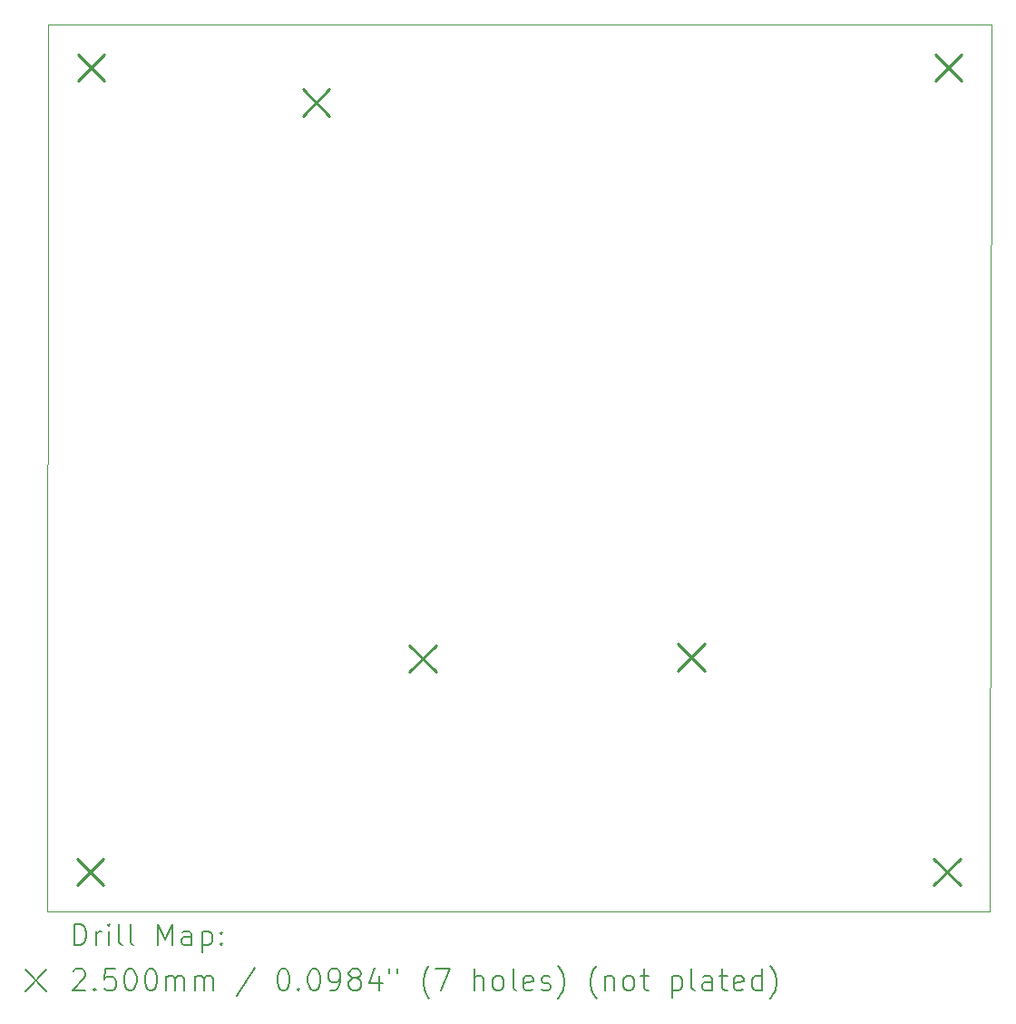
<source format=gbr>
%TF.GenerationSoftware,KiCad,Pcbnew,6.0.8-f2edbf62ab~116~ubuntu22.04.1*%
%TF.CreationDate,2022-11-23T03:00:08-05:00*%
%TF.ProjectId,MJBOTS-CubeSat,4d4a424f-5453-42d4-9375-62655361742e,rev?*%
%TF.SameCoordinates,Original*%
%TF.FileFunction,Drillmap*%
%TF.FilePolarity,Positive*%
%FSLAX45Y45*%
G04 Gerber Fmt 4.5, Leading zero omitted, Abs format (unit mm)*
G04 Created by KiCad (PCBNEW 6.0.8-f2edbf62ab~116~ubuntu22.04.1) date 2022-11-23 03:00:08*
%MOMM*%
%LPD*%
G01*
G04 APERTURE LIST*
%ADD10C,0.100000*%
%ADD11C,0.200000*%
%ADD12C,0.250000*%
G04 APERTURE END LIST*
D10*
X18290000Y-12770000D02*
X9490000Y-12770000D01*
X9500000Y-4500000D02*
X9490000Y-12770000D01*
X18300000Y-4500000D02*
X9500000Y-4500000D01*
X18290000Y-12770000D02*
X18300000Y-4500000D01*
D11*
D12*
X9765000Y-12275000D02*
X10015000Y-12525000D01*
X10015000Y-12275000D02*
X9765000Y-12525000D01*
X9775000Y-4775000D02*
X10025000Y-5025000D01*
X10025000Y-4775000D02*
X9775000Y-5025000D01*
X11875000Y-5100000D02*
X12125000Y-5350000D01*
X12125000Y-5100000D02*
X11875000Y-5350000D01*
X12870000Y-10285000D02*
X13120000Y-10535000D01*
X13120000Y-10285000D02*
X12870000Y-10535000D01*
X15375000Y-10275000D02*
X15625000Y-10525000D01*
X15625000Y-10275000D02*
X15375000Y-10525000D01*
X17765000Y-12275000D02*
X18015000Y-12525000D01*
X18015000Y-12275000D02*
X17765000Y-12525000D01*
X17775000Y-4775000D02*
X18025000Y-5025000D01*
X18025000Y-4775000D02*
X17775000Y-5025000D01*
D11*
X9742619Y-13085476D02*
X9742619Y-12885476D01*
X9790238Y-12885476D01*
X9818810Y-12895000D01*
X9837857Y-12914048D01*
X9847381Y-12933095D01*
X9856905Y-12971190D01*
X9856905Y-12999762D01*
X9847381Y-13037857D01*
X9837857Y-13056905D01*
X9818810Y-13075952D01*
X9790238Y-13085476D01*
X9742619Y-13085476D01*
X9942619Y-13085476D02*
X9942619Y-12952143D01*
X9942619Y-12990238D02*
X9952143Y-12971190D01*
X9961667Y-12961667D01*
X9980714Y-12952143D01*
X9999762Y-12952143D01*
X10066429Y-13085476D02*
X10066429Y-12952143D01*
X10066429Y-12885476D02*
X10056905Y-12895000D01*
X10066429Y-12904524D01*
X10075952Y-12895000D01*
X10066429Y-12885476D01*
X10066429Y-12904524D01*
X10190238Y-13085476D02*
X10171190Y-13075952D01*
X10161667Y-13056905D01*
X10161667Y-12885476D01*
X10295000Y-13085476D02*
X10275952Y-13075952D01*
X10266429Y-13056905D01*
X10266429Y-12885476D01*
X10523571Y-13085476D02*
X10523571Y-12885476D01*
X10590238Y-13028333D01*
X10656905Y-12885476D01*
X10656905Y-13085476D01*
X10837857Y-13085476D02*
X10837857Y-12980714D01*
X10828333Y-12961667D01*
X10809286Y-12952143D01*
X10771190Y-12952143D01*
X10752143Y-12961667D01*
X10837857Y-13075952D02*
X10818810Y-13085476D01*
X10771190Y-13085476D01*
X10752143Y-13075952D01*
X10742619Y-13056905D01*
X10742619Y-13037857D01*
X10752143Y-13018809D01*
X10771190Y-13009286D01*
X10818810Y-13009286D01*
X10837857Y-12999762D01*
X10933095Y-12952143D02*
X10933095Y-13152143D01*
X10933095Y-12961667D02*
X10952143Y-12952143D01*
X10990238Y-12952143D01*
X11009286Y-12961667D01*
X11018810Y-12971190D01*
X11028333Y-12990238D01*
X11028333Y-13047381D01*
X11018810Y-13066428D01*
X11009286Y-13075952D01*
X10990238Y-13085476D01*
X10952143Y-13085476D01*
X10933095Y-13075952D01*
X11114048Y-13066428D02*
X11123571Y-13075952D01*
X11114048Y-13085476D01*
X11104524Y-13075952D01*
X11114048Y-13066428D01*
X11114048Y-13085476D01*
X11114048Y-12961667D02*
X11123571Y-12971190D01*
X11114048Y-12980714D01*
X11104524Y-12971190D01*
X11114048Y-12961667D01*
X11114048Y-12980714D01*
X9285000Y-13315000D02*
X9485000Y-13515000D01*
X9485000Y-13315000D02*
X9285000Y-13515000D01*
X9733095Y-13324524D02*
X9742619Y-13315000D01*
X9761667Y-13305476D01*
X9809286Y-13305476D01*
X9828333Y-13315000D01*
X9837857Y-13324524D01*
X9847381Y-13343571D01*
X9847381Y-13362619D01*
X9837857Y-13391190D01*
X9723571Y-13505476D01*
X9847381Y-13505476D01*
X9933095Y-13486428D02*
X9942619Y-13495952D01*
X9933095Y-13505476D01*
X9923571Y-13495952D01*
X9933095Y-13486428D01*
X9933095Y-13505476D01*
X10123571Y-13305476D02*
X10028333Y-13305476D01*
X10018810Y-13400714D01*
X10028333Y-13391190D01*
X10047381Y-13381667D01*
X10095000Y-13381667D01*
X10114048Y-13391190D01*
X10123571Y-13400714D01*
X10133095Y-13419762D01*
X10133095Y-13467381D01*
X10123571Y-13486428D01*
X10114048Y-13495952D01*
X10095000Y-13505476D01*
X10047381Y-13505476D01*
X10028333Y-13495952D01*
X10018810Y-13486428D01*
X10256905Y-13305476D02*
X10275952Y-13305476D01*
X10295000Y-13315000D01*
X10304524Y-13324524D01*
X10314048Y-13343571D01*
X10323571Y-13381667D01*
X10323571Y-13429286D01*
X10314048Y-13467381D01*
X10304524Y-13486428D01*
X10295000Y-13495952D01*
X10275952Y-13505476D01*
X10256905Y-13505476D01*
X10237857Y-13495952D01*
X10228333Y-13486428D01*
X10218810Y-13467381D01*
X10209286Y-13429286D01*
X10209286Y-13381667D01*
X10218810Y-13343571D01*
X10228333Y-13324524D01*
X10237857Y-13315000D01*
X10256905Y-13305476D01*
X10447381Y-13305476D02*
X10466429Y-13305476D01*
X10485476Y-13315000D01*
X10495000Y-13324524D01*
X10504524Y-13343571D01*
X10514048Y-13381667D01*
X10514048Y-13429286D01*
X10504524Y-13467381D01*
X10495000Y-13486428D01*
X10485476Y-13495952D01*
X10466429Y-13505476D01*
X10447381Y-13505476D01*
X10428333Y-13495952D01*
X10418810Y-13486428D01*
X10409286Y-13467381D01*
X10399762Y-13429286D01*
X10399762Y-13381667D01*
X10409286Y-13343571D01*
X10418810Y-13324524D01*
X10428333Y-13315000D01*
X10447381Y-13305476D01*
X10599762Y-13505476D02*
X10599762Y-13372143D01*
X10599762Y-13391190D02*
X10609286Y-13381667D01*
X10628333Y-13372143D01*
X10656905Y-13372143D01*
X10675952Y-13381667D01*
X10685476Y-13400714D01*
X10685476Y-13505476D01*
X10685476Y-13400714D02*
X10695000Y-13381667D01*
X10714048Y-13372143D01*
X10742619Y-13372143D01*
X10761667Y-13381667D01*
X10771190Y-13400714D01*
X10771190Y-13505476D01*
X10866429Y-13505476D02*
X10866429Y-13372143D01*
X10866429Y-13391190D02*
X10875952Y-13381667D01*
X10895000Y-13372143D01*
X10923571Y-13372143D01*
X10942619Y-13381667D01*
X10952143Y-13400714D01*
X10952143Y-13505476D01*
X10952143Y-13400714D02*
X10961667Y-13381667D01*
X10980714Y-13372143D01*
X11009286Y-13372143D01*
X11028333Y-13381667D01*
X11037857Y-13400714D01*
X11037857Y-13505476D01*
X11428333Y-13295952D02*
X11256905Y-13553095D01*
X11685476Y-13305476D02*
X11704524Y-13305476D01*
X11723571Y-13315000D01*
X11733095Y-13324524D01*
X11742619Y-13343571D01*
X11752143Y-13381667D01*
X11752143Y-13429286D01*
X11742619Y-13467381D01*
X11733095Y-13486428D01*
X11723571Y-13495952D01*
X11704524Y-13505476D01*
X11685476Y-13505476D01*
X11666428Y-13495952D01*
X11656905Y-13486428D01*
X11647381Y-13467381D01*
X11637857Y-13429286D01*
X11637857Y-13381667D01*
X11647381Y-13343571D01*
X11656905Y-13324524D01*
X11666428Y-13315000D01*
X11685476Y-13305476D01*
X11837857Y-13486428D02*
X11847381Y-13495952D01*
X11837857Y-13505476D01*
X11828333Y-13495952D01*
X11837857Y-13486428D01*
X11837857Y-13505476D01*
X11971190Y-13305476D02*
X11990238Y-13305476D01*
X12009286Y-13315000D01*
X12018809Y-13324524D01*
X12028333Y-13343571D01*
X12037857Y-13381667D01*
X12037857Y-13429286D01*
X12028333Y-13467381D01*
X12018809Y-13486428D01*
X12009286Y-13495952D01*
X11990238Y-13505476D01*
X11971190Y-13505476D01*
X11952143Y-13495952D01*
X11942619Y-13486428D01*
X11933095Y-13467381D01*
X11923571Y-13429286D01*
X11923571Y-13381667D01*
X11933095Y-13343571D01*
X11942619Y-13324524D01*
X11952143Y-13315000D01*
X11971190Y-13305476D01*
X12133095Y-13505476D02*
X12171190Y-13505476D01*
X12190238Y-13495952D01*
X12199762Y-13486428D01*
X12218809Y-13457857D01*
X12228333Y-13419762D01*
X12228333Y-13343571D01*
X12218809Y-13324524D01*
X12209286Y-13315000D01*
X12190238Y-13305476D01*
X12152143Y-13305476D01*
X12133095Y-13315000D01*
X12123571Y-13324524D01*
X12114048Y-13343571D01*
X12114048Y-13391190D01*
X12123571Y-13410238D01*
X12133095Y-13419762D01*
X12152143Y-13429286D01*
X12190238Y-13429286D01*
X12209286Y-13419762D01*
X12218809Y-13410238D01*
X12228333Y-13391190D01*
X12342619Y-13391190D02*
X12323571Y-13381667D01*
X12314048Y-13372143D01*
X12304524Y-13353095D01*
X12304524Y-13343571D01*
X12314048Y-13324524D01*
X12323571Y-13315000D01*
X12342619Y-13305476D01*
X12380714Y-13305476D01*
X12399762Y-13315000D01*
X12409286Y-13324524D01*
X12418809Y-13343571D01*
X12418809Y-13353095D01*
X12409286Y-13372143D01*
X12399762Y-13381667D01*
X12380714Y-13391190D01*
X12342619Y-13391190D01*
X12323571Y-13400714D01*
X12314048Y-13410238D01*
X12304524Y-13429286D01*
X12304524Y-13467381D01*
X12314048Y-13486428D01*
X12323571Y-13495952D01*
X12342619Y-13505476D01*
X12380714Y-13505476D01*
X12399762Y-13495952D01*
X12409286Y-13486428D01*
X12418809Y-13467381D01*
X12418809Y-13429286D01*
X12409286Y-13410238D01*
X12399762Y-13400714D01*
X12380714Y-13391190D01*
X12590238Y-13372143D02*
X12590238Y-13505476D01*
X12542619Y-13295952D02*
X12495000Y-13438809D01*
X12618809Y-13438809D01*
X12685476Y-13305476D02*
X12685476Y-13343571D01*
X12761667Y-13305476D02*
X12761667Y-13343571D01*
X13056905Y-13581667D02*
X13047381Y-13572143D01*
X13028333Y-13543571D01*
X13018809Y-13524524D01*
X13009286Y-13495952D01*
X12999762Y-13448333D01*
X12999762Y-13410238D01*
X13009286Y-13362619D01*
X13018809Y-13334048D01*
X13028333Y-13315000D01*
X13047381Y-13286428D01*
X13056905Y-13276905D01*
X13114048Y-13305476D02*
X13247381Y-13305476D01*
X13161667Y-13505476D01*
X13475952Y-13505476D02*
X13475952Y-13305476D01*
X13561667Y-13505476D02*
X13561667Y-13400714D01*
X13552143Y-13381667D01*
X13533095Y-13372143D01*
X13504524Y-13372143D01*
X13485476Y-13381667D01*
X13475952Y-13391190D01*
X13685476Y-13505476D02*
X13666428Y-13495952D01*
X13656905Y-13486428D01*
X13647381Y-13467381D01*
X13647381Y-13410238D01*
X13656905Y-13391190D01*
X13666428Y-13381667D01*
X13685476Y-13372143D01*
X13714048Y-13372143D01*
X13733095Y-13381667D01*
X13742619Y-13391190D01*
X13752143Y-13410238D01*
X13752143Y-13467381D01*
X13742619Y-13486428D01*
X13733095Y-13495952D01*
X13714048Y-13505476D01*
X13685476Y-13505476D01*
X13866428Y-13505476D02*
X13847381Y-13495952D01*
X13837857Y-13476905D01*
X13837857Y-13305476D01*
X14018809Y-13495952D02*
X13999762Y-13505476D01*
X13961667Y-13505476D01*
X13942619Y-13495952D01*
X13933095Y-13476905D01*
X13933095Y-13400714D01*
X13942619Y-13381667D01*
X13961667Y-13372143D01*
X13999762Y-13372143D01*
X14018809Y-13381667D01*
X14028333Y-13400714D01*
X14028333Y-13419762D01*
X13933095Y-13438809D01*
X14104524Y-13495952D02*
X14123571Y-13505476D01*
X14161667Y-13505476D01*
X14180714Y-13495952D01*
X14190238Y-13476905D01*
X14190238Y-13467381D01*
X14180714Y-13448333D01*
X14161667Y-13438809D01*
X14133095Y-13438809D01*
X14114048Y-13429286D01*
X14104524Y-13410238D01*
X14104524Y-13400714D01*
X14114048Y-13381667D01*
X14133095Y-13372143D01*
X14161667Y-13372143D01*
X14180714Y-13381667D01*
X14256905Y-13581667D02*
X14266428Y-13572143D01*
X14285476Y-13543571D01*
X14295000Y-13524524D01*
X14304524Y-13495952D01*
X14314048Y-13448333D01*
X14314048Y-13410238D01*
X14304524Y-13362619D01*
X14295000Y-13334048D01*
X14285476Y-13315000D01*
X14266428Y-13286428D01*
X14256905Y-13276905D01*
X14618809Y-13581667D02*
X14609286Y-13572143D01*
X14590238Y-13543571D01*
X14580714Y-13524524D01*
X14571190Y-13495952D01*
X14561667Y-13448333D01*
X14561667Y-13410238D01*
X14571190Y-13362619D01*
X14580714Y-13334048D01*
X14590238Y-13315000D01*
X14609286Y-13286428D01*
X14618809Y-13276905D01*
X14695000Y-13372143D02*
X14695000Y-13505476D01*
X14695000Y-13391190D02*
X14704524Y-13381667D01*
X14723571Y-13372143D01*
X14752143Y-13372143D01*
X14771190Y-13381667D01*
X14780714Y-13400714D01*
X14780714Y-13505476D01*
X14904524Y-13505476D02*
X14885476Y-13495952D01*
X14875952Y-13486428D01*
X14866428Y-13467381D01*
X14866428Y-13410238D01*
X14875952Y-13391190D01*
X14885476Y-13381667D01*
X14904524Y-13372143D01*
X14933095Y-13372143D01*
X14952143Y-13381667D01*
X14961667Y-13391190D01*
X14971190Y-13410238D01*
X14971190Y-13467381D01*
X14961667Y-13486428D01*
X14952143Y-13495952D01*
X14933095Y-13505476D01*
X14904524Y-13505476D01*
X15028333Y-13372143D02*
X15104524Y-13372143D01*
X15056905Y-13305476D02*
X15056905Y-13476905D01*
X15066428Y-13495952D01*
X15085476Y-13505476D01*
X15104524Y-13505476D01*
X15323571Y-13372143D02*
X15323571Y-13572143D01*
X15323571Y-13381667D02*
X15342619Y-13372143D01*
X15380714Y-13372143D01*
X15399762Y-13381667D01*
X15409286Y-13391190D01*
X15418809Y-13410238D01*
X15418809Y-13467381D01*
X15409286Y-13486428D01*
X15399762Y-13495952D01*
X15380714Y-13505476D01*
X15342619Y-13505476D01*
X15323571Y-13495952D01*
X15533095Y-13505476D02*
X15514048Y-13495952D01*
X15504524Y-13476905D01*
X15504524Y-13305476D01*
X15695000Y-13505476D02*
X15695000Y-13400714D01*
X15685476Y-13381667D01*
X15666428Y-13372143D01*
X15628333Y-13372143D01*
X15609286Y-13381667D01*
X15695000Y-13495952D02*
X15675952Y-13505476D01*
X15628333Y-13505476D01*
X15609286Y-13495952D01*
X15599762Y-13476905D01*
X15599762Y-13457857D01*
X15609286Y-13438809D01*
X15628333Y-13429286D01*
X15675952Y-13429286D01*
X15695000Y-13419762D01*
X15761667Y-13372143D02*
X15837857Y-13372143D01*
X15790238Y-13305476D02*
X15790238Y-13476905D01*
X15799762Y-13495952D01*
X15818809Y-13505476D01*
X15837857Y-13505476D01*
X15980714Y-13495952D02*
X15961667Y-13505476D01*
X15923571Y-13505476D01*
X15904524Y-13495952D01*
X15895000Y-13476905D01*
X15895000Y-13400714D01*
X15904524Y-13381667D01*
X15923571Y-13372143D01*
X15961667Y-13372143D01*
X15980714Y-13381667D01*
X15990238Y-13400714D01*
X15990238Y-13419762D01*
X15895000Y-13438809D01*
X16161667Y-13505476D02*
X16161667Y-13305476D01*
X16161667Y-13495952D02*
X16142619Y-13505476D01*
X16104524Y-13505476D01*
X16085476Y-13495952D01*
X16075952Y-13486428D01*
X16066428Y-13467381D01*
X16066428Y-13410238D01*
X16075952Y-13391190D01*
X16085476Y-13381667D01*
X16104524Y-13372143D01*
X16142619Y-13372143D01*
X16161667Y-13381667D01*
X16237857Y-13581667D02*
X16247381Y-13572143D01*
X16266428Y-13543571D01*
X16275952Y-13524524D01*
X16285476Y-13495952D01*
X16295000Y-13448333D01*
X16295000Y-13410238D01*
X16285476Y-13362619D01*
X16275952Y-13334048D01*
X16266428Y-13315000D01*
X16247381Y-13286428D01*
X16237857Y-13276905D01*
M02*

</source>
